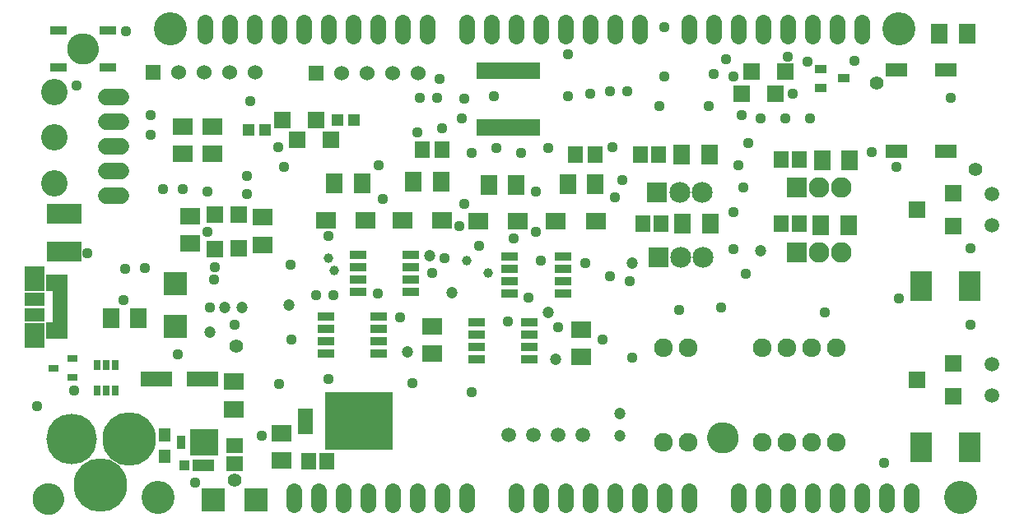
<source format=gbr>
G04 EAGLE Gerber RS-274X export*
G75*
%MOMM*%
%FSLAX34Y34*%
%LPD*%
%INSoldermask Top*%
%IPPOS*%
%AMOC8*
5,1,8,0,0,1.08239X$1,22.5*%
G01*
%ADD10C,3.403200*%
%ADD11R,7.000000X6.000000*%
%ADD12R,1.703200X1.703200*%
%ADD13R,2.006200X1.803200*%
%ADD14R,1.727200X0.965200*%
%ADD15C,1.727200*%
%ADD16C,1.625600*%
%ADD17R,3.203200X1.603200*%
%ADD18R,1.203200X1.403200*%
%ADD19R,3.603200X2.103200*%
%ADD20R,2.870200X2.743200*%
%ADD21R,0.965200X1.473200*%
%ADD22R,2.203200X1.303200*%
%ADD23R,1.003200X1.003200*%
%ADD24R,1.524000X1.524000*%
%ADD25C,1.524000*%
%ADD26R,1.728200X0.853200*%
%ADD27R,2.123200X2.123200*%
%ADD28C,2.123200*%
%ADD29R,2.153200X2.153200*%
%ADD30C,2.153200*%
%ADD31R,1.803200X2.006200*%
%ADD32R,2.006600X1.676400*%
%ADD33C,1.928200*%
%ADD34R,1.618200X0.653200*%
%ADD35R,0.711200X1.079500*%
%ADD36R,1.066800X0.685800*%
%ADD37R,1.703200X1.503200*%
%ADD38R,1.503200X1.703200*%
%ADD39R,1.803200X2.003200*%
%ADD40R,1.583200X0.653200*%
%ADD41R,2.303200X1.678200*%
%ADD42R,2.103200X1.378200*%
%ADD43R,2.103200X2.578200*%
%ADD44C,2.184400*%
%ADD45C,1.219200*%
%ADD46R,2.353200X2.403200*%
%ADD47R,2.403200X2.353200*%
%ADD48R,1.503200X1.803200*%
%ADD49C,2.723200*%
%ADD50R,1.203200X0.903200*%
%ADD51R,2.228200X1.478200*%
%ADD52C,5.503200*%
%ADD53C,5.203200*%
%ADD54R,1.203200X1.303200*%
%ADD55C,1.003200*%
%ADD56C,1.203200*%
%ADD57R,2.223200X3.153200*%
%ADD58R,0.653200X1.678200*%
%ADD59C,1.506200*%
%ADD60C,1.503200*%
%ADD61R,1.711200X1.711200*%
%ADD62C,1.117600*%
%ADD63C,1.422400*%


D10*
X965160Y25560D03*
X152360Y508160D03*
X901660Y508160D03*
X139660Y25560D03*
D11*
X345740Y104300D03*
D12*
X198230Y281910D03*
X198230Y316910D03*
X222200Y282390D03*
X222200Y317390D03*
D13*
X172230Y287140D03*
X172230Y315580D03*
X247160Y285870D03*
X247160Y314310D03*
D14*
X87800Y469140D03*
X37000Y469140D03*
X87800Y507240D03*
X37000Y507240D03*
D15*
X86320Y387510D02*
X101560Y387510D01*
X101560Y412910D02*
X86320Y412910D01*
X86320Y438310D02*
X101560Y438310D01*
X101560Y362110D02*
X86320Y362110D01*
X86320Y336710D02*
X101560Y336710D01*
D16*
X634960Y501048D02*
X634960Y515272D01*
X609560Y515272D02*
X609560Y501048D01*
X584160Y501048D02*
X584160Y515272D01*
X558760Y515272D02*
X558760Y501048D01*
X533360Y501048D02*
X533360Y515272D01*
X507960Y515272D02*
X507960Y501048D01*
X482560Y501048D02*
X482560Y515272D01*
X457160Y515272D02*
X457160Y501048D01*
X416520Y501048D02*
X416520Y515272D01*
X391120Y515272D02*
X391120Y501048D01*
X365720Y501048D02*
X365720Y515272D01*
X340320Y515272D02*
X340320Y501048D01*
X314920Y501048D02*
X314920Y515272D01*
X289520Y515272D02*
X289520Y501048D01*
X264120Y501048D02*
X264120Y515272D01*
X238720Y515272D02*
X238720Y501048D01*
X213320Y501048D02*
X213320Y515272D01*
X187920Y515272D02*
X187920Y501048D01*
D17*
X137504Y148242D03*
X185504Y148242D03*
D16*
X279360Y32672D02*
X279360Y18448D01*
X304760Y18448D02*
X304760Y32672D01*
X330160Y32672D02*
X330160Y18448D01*
X355560Y18448D02*
X355560Y32672D01*
X380960Y32672D02*
X380960Y18448D01*
X406360Y18448D02*
X406360Y32672D01*
X431760Y32672D02*
X431760Y18448D01*
X457160Y18448D02*
X457160Y32672D01*
X507960Y32672D02*
X507960Y18448D01*
X533360Y18448D02*
X533360Y32672D01*
X558760Y32672D02*
X558760Y18448D01*
X584160Y18448D02*
X584160Y32672D01*
X609560Y32672D02*
X609560Y18448D01*
X634960Y18448D02*
X634960Y32672D01*
X660360Y32672D02*
X660360Y18448D01*
X685760Y18448D02*
X685760Y32672D01*
X685760Y501048D02*
X685760Y515272D01*
X711160Y515272D02*
X711160Y501048D01*
X736560Y501048D02*
X736560Y515272D01*
X761960Y515272D02*
X761960Y501048D01*
X787360Y501048D02*
X787360Y515272D01*
X812760Y515272D02*
X812760Y501048D01*
X838160Y501048D02*
X838160Y515272D01*
X863560Y515272D02*
X863560Y501048D01*
X736560Y32672D02*
X736560Y18448D01*
X761960Y18448D02*
X761960Y32672D01*
X787360Y32672D02*
X787360Y18448D01*
X812760Y18448D02*
X812760Y32672D01*
X838160Y32672D02*
X838160Y18448D01*
X863560Y18448D02*
X863560Y32672D01*
X888960Y32672D02*
X888960Y18448D01*
X914360Y18448D02*
X914360Y32672D01*
D18*
X146264Y67900D03*
X146264Y89900D03*
D19*
X42632Y318364D03*
X42632Y279364D03*
D20*
X186792Y82456D03*
D21*
X163292Y82456D03*
D22*
X185776Y59088D03*
D23*
X166776Y59088D03*
D24*
X134580Y463710D03*
D25*
X160742Y463710D03*
X186904Y463710D03*
X213066Y463710D03*
X239228Y463710D03*
D24*
X302220Y462440D03*
D25*
X328382Y462440D03*
X354544Y462440D03*
X380706Y462440D03*
X406868Y462440D03*
D26*
X344950Y275750D03*
X344950Y263050D03*
X344950Y250350D03*
X344950Y237650D03*
X399190Y237650D03*
X399190Y250350D03*
X399190Y263050D03*
X399190Y275750D03*
D27*
X796250Y278290D03*
D28*
X819150Y278290D03*
X842050Y278290D03*
D29*
X654010Y273210D03*
D30*
X676910Y273210D03*
X699810Y273210D03*
D31*
X821400Y306230D03*
X849840Y306230D03*
X430740Y350680D03*
X402300Y350680D03*
X321020Y349410D03*
X349460Y349410D03*
X707600Y307500D03*
X679160Y307500D03*
D32*
X390993Y311310D03*
X431887Y311310D03*
X312253Y311310D03*
X353147Y311310D03*
D26*
X311930Y212250D03*
X311930Y199550D03*
X311930Y186850D03*
X311930Y174150D03*
X366170Y174150D03*
X366170Y186850D03*
X366170Y199550D03*
X366170Y212250D03*
D13*
X421600Y202340D03*
X421600Y173900D03*
D26*
X501360Y273800D03*
X501360Y261100D03*
X501360Y248400D03*
X501360Y235700D03*
X555600Y235700D03*
X555600Y248400D03*
X555600Y261100D03*
X555600Y273800D03*
D27*
X796450Y344920D03*
D28*
X819350Y344920D03*
X842250Y344920D03*
D29*
X652940Y339840D03*
D30*
X675840Y339840D03*
X698740Y339840D03*
D31*
X822470Y372950D03*
X850910Y372950D03*
X589290Y348820D03*
X560850Y348820D03*
X479570Y347550D03*
X508010Y347550D03*
X706530Y379210D03*
X678090Y379210D03*
D32*
X548673Y310630D03*
X589567Y310630D03*
X468663Y310630D03*
X509557Y310630D03*
D26*
X467070Y206490D03*
X467070Y193790D03*
X467070Y181090D03*
X467070Y168390D03*
X521310Y168390D03*
X521310Y181090D03*
X521310Y193790D03*
X521310Y206490D03*
D13*
X574680Y198730D03*
X574680Y170290D03*
D33*
X659290Y180090D03*
X684690Y180090D03*
X760890Y180090D03*
X786290Y180090D03*
X811690Y180090D03*
X837090Y180090D03*
X659290Y82300D03*
X684690Y82300D03*
X760890Y82300D03*
X786290Y82300D03*
X811690Y82300D03*
X837090Y82300D03*
D34*
X291140Y114290D03*
X291140Y107790D03*
X291140Y101290D03*
X291140Y94790D03*
X334980Y94790D03*
X334980Y101290D03*
X334980Y107790D03*
X334980Y114290D03*
D35*
X76460Y135896D03*
X85960Y135896D03*
X95460Y135896D03*
X95460Y162185D03*
X85960Y162185D03*
X76460Y162185D03*
D36*
X51412Y149700D03*
X51412Y168700D03*
X32108Y159200D03*
D13*
X217380Y116760D03*
X217380Y145200D03*
D37*
X217920Y60580D03*
X217920Y79580D03*
D38*
X294060Y62780D03*
X313060Y62780D03*
D13*
X266060Y92260D03*
X266060Y63820D03*
D39*
X118880Y210080D03*
X90880Y210080D03*
D40*
X39100Y235000D03*
X39100Y228500D03*
X39100Y222000D03*
X39100Y215500D03*
X39100Y209000D03*
D41*
X35500Y197475D03*
X35500Y246525D03*
D42*
X12500Y230375D03*
X12500Y213625D03*
D43*
X12500Y251125D03*
X12500Y192875D03*
D13*
X195540Y379640D03*
X195540Y408080D03*
X165060Y379640D03*
X165060Y408080D03*
D44*
X57190Y487840D02*
X57192Y487981D01*
X57198Y488122D01*
X57208Y488262D01*
X57222Y488402D01*
X57240Y488542D01*
X57261Y488681D01*
X57287Y488820D01*
X57316Y488958D01*
X57350Y489094D01*
X57387Y489230D01*
X57428Y489365D01*
X57473Y489499D01*
X57522Y489631D01*
X57574Y489762D01*
X57630Y489891D01*
X57690Y490018D01*
X57753Y490144D01*
X57819Y490268D01*
X57890Y490391D01*
X57963Y490511D01*
X58040Y490629D01*
X58120Y490745D01*
X58204Y490858D01*
X58290Y490969D01*
X58380Y491078D01*
X58473Y491184D01*
X58568Y491287D01*
X58667Y491388D01*
X58768Y491486D01*
X58872Y491581D01*
X58979Y491673D01*
X59088Y491762D01*
X59200Y491847D01*
X59314Y491930D01*
X59430Y492010D01*
X59549Y492086D01*
X59670Y492158D01*
X59792Y492228D01*
X59917Y492293D01*
X60043Y492356D01*
X60171Y492414D01*
X60301Y492469D01*
X60432Y492521D01*
X60565Y492568D01*
X60699Y492612D01*
X60834Y492653D01*
X60970Y492689D01*
X61107Y492721D01*
X61245Y492750D01*
X61383Y492775D01*
X61523Y492795D01*
X61663Y492812D01*
X61803Y492825D01*
X61944Y492834D01*
X62084Y492839D01*
X62225Y492840D01*
X62366Y492837D01*
X62507Y492830D01*
X62647Y492819D01*
X62787Y492804D01*
X62927Y492785D01*
X63066Y492763D01*
X63204Y492736D01*
X63342Y492706D01*
X63478Y492671D01*
X63614Y492633D01*
X63748Y492591D01*
X63882Y492545D01*
X64014Y492496D01*
X64144Y492442D01*
X64273Y492385D01*
X64400Y492325D01*
X64526Y492261D01*
X64649Y492193D01*
X64771Y492122D01*
X64891Y492048D01*
X65008Y491970D01*
X65123Y491889D01*
X65236Y491805D01*
X65347Y491718D01*
X65455Y491627D01*
X65560Y491534D01*
X65663Y491437D01*
X65763Y491338D01*
X65860Y491236D01*
X65954Y491131D01*
X66045Y491024D01*
X66133Y490914D01*
X66218Y490802D01*
X66300Y490687D01*
X66379Y490570D01*
X66454Y490451D01*
X66526Y490330D01*
X66594Y490207D01*
X66659Y490082D01*
X66721Y489955D01*
X66778Y489826D01*
X66833Y489696D01*
X66883Y489565D01*
X66930Y489432D01*
X66973Y489298D01*
X67012Y489162D01*
X67047Y489026D01*
X67079Y488889D01*
X67106Y488751D01*
X67130Y488612D01*
X67150Y488472D01*
X67166Y488332D01*
X67178Y488192D01*
X67186Y488051D01*
X67190Y487910D01*
X67190Y487770D01*
X67186Y487629D01*
X67178Y487488D01*
X67166Y487348D01*
X67150Y487208D01*
X67130Y487068D01*
X67106Y486929D01*
X67079Y486791D01*
X67047Y486654D01*
X67012Y486518D01*
X66973Y486382D01*
X66930Y486248D01*
X66883Y486115D01*
X66833Y485984D01*
X66778Y485854D01*
X66721Y485725D01*
X66659Y485598D01*
X66594Y485473D01*
X66526Y485350D01*
X66454Y485229D01*
X66379Y485110D01*
X66300Y484993D01*
X66218Y484878D01*
X66133Y484766D01*
X66045Y484656D01*
X65954Y484549D01*
X65860Y484444D01*
X65763Y484342D01*
X65663Y484243D01*
X65560Y484146D01*
X65455Y484053D01*
X65347Y483962D01*
X65236Y483875D01*
X65123Y483791D01*
X65008Y483710D01*
X64891Y483632D01*
X64771Y483558D01*
X64649Y483487D01*
X64526Y483419D01*
X64400Y483355D01*
X64273Y483295D01*
X64144Y483238D01*
X64014Y483184D01*
X63882Y483135D01*
X63748Y483089D01*
X63614Y483047D01*
X63478Y483009D01*
X63342Y482974D01*
X63204Y482944D01*
X63066Y482917D01*
X62927Y482895D01*
X62787Y482876D01*
X62647Y482861D01*
X62507Y482850D01*
X62366Y482843D01*
X62225Y482840D01*
X62084Y482841D01*
X61944Y482846D01*
X61803Y482855D01*
X61663Y482868D01*
X61523Y482885D01*
X61383Y482905D01*
X61245Y482930D01*
X61107Y482959D01*
X60970Y482991D01*
X60834Y483027D01*
X60699Y483068D01*
X60565Y483112D01*
X60432Y483159D01*
X60301Y483211D01*
X60171Y483266D01*
X60043Y483324D01*
X59917Y483387D01*
X59792Y483452D01*
X59670Y483522D01*
X59549Y483594D01*
X59430Y483670D01*
X59314Y483750D01*
X59200Y483833D01*
X59088Y483918D01*
X58979Y484007D01*
X58872Y484099D01*
X58768Y484194D01*
X58667Y484292D01*
X58568Y484393D01*
X58473Y484496D01*
X58380Y484602D01*
X58290Y484711D01*
X58204Y484822D01*
X58120Y484935D01*
X58040Y485051D01*
X57963Y485169D01*
X57890Y485289D01*
X57819Y485412D01*
X57753Y485536D01*
X57690Y485662D01*
X57630Y485789D01*
X57574Y485918D01*
X57522Y486049D01*
X57473Y486181D01*
X57428Y486315D01*
X57387Y486450D01*
X57350Y486586D01*
X57316Y486722D01*
X57287Y486860D01*
X57261Y486999D01*
X57240Y487138D01*
X57222Y487278D01*
X57208Y487418D01*
X57198Y487558D01*
X57192Y487699D01*
X57190Y487840D01*
D45*
X62190Y487840D03*
D44*
X21630Y24290D02*
X21632Y24431D01*
X21638Y24572D01*
X21648Y24712D01*
X21662Y24852D01*
X21680Y24992D01*
X21701Y25131D01*
X21727Y25270D01*
X21756Y25408D01*
X21790Y25544D01*
X21827Y25680D01*
X21868Y25815D01*
X21913Y25949D01*
X21962Y26081D01*
X22014Y26212D01*
X22070Y26341D01*
X22130Y26468D01*
X22193Y26594D01*
X22259Y26718D01*
X22330Y26841D01*
X22403Y26961D01*
X22480Y27079D01*
X22560Y27195D01*
X22644Y27308D01*
X22730Y27419D01*
X22820Y27528D01*
X22913Y27634D01*
X23008Y27737D01*
X23107Y27838D01*
X23208Y27936D01*
X23312Y28031D01*
X23419Y28123D01*
X23528Y28212D01*
X23640Y28297D01*
X23754Y28380D01*
X23870Y28460D01*
X23989Y28536D01*
X24110Y28608D01*
X24232Y28678D01*
X24357Y28743D01*
X24483Y28806D01*
X24611Y28864D01*
X24741Y28919D01*
X24872Y28971D01*
X25005Y29018D01*
X25139Y29062D01*
X25274Y29103D01*
X25410Y29139D01*
X25547Y29171D01*
X25685Y29200D01*
X25823Y29225D01*
X25963Y29245D01*
X26103Y29262D01*
X26243Y29275D01*
X26384Y29284D01*
X26524Y29289D01*
X26665Y29290D01*
X26806Y29287D01*
X26947Y29280D01*
X27087Y29269D01*
X27227Y29254D01*
X27367Y29235D01*
X27506Y29213D01*
X27644Y29186D01*
X27782Y29156D01*
X27918Y29121D01*
X28054Y29083D01*
X28188Y29041D01*
X28322Y28995D01*
X28454Y28946D01*
X28584Y28892D01*
X28713Y28835D01*
X28840Y28775D01*
X28966Y28711D01*
X29089Y28643D01*
X29211Y28572D01*
X29331Y28498D01*
X29448Y28420D01*
X29563Y28339D01*
X29676Y28255D01*
X29787Y28168D01*
X29895Y28077D01*
X30000Y27984D01*
X30103Y27887D01*
X30203Y27788D01*
X30300Y27686D01*
X30394Y27581D01*
X30485Y27474D01*
X30573Y27364D01*
X30658Y27252D01*
X30740Y27137D01*
X30819Y27020D01*
X30894Y26901D01*
X30966Y26780D01*
X31034Y26657D01*
X31099Y26532D01*
X31161Y26405D01*
X31218Y26276D01*
X31273Y26146D01*
X31323Y26015D01*
X31370Y25882D01*
X31413Y25748D01*
X31452Y25612D01*
X31487Y25476D01*
X31519Y25339D01*
X31546Y25201D01*
X31570Y25062D01*
X31590Y24922D01*
X31606Y24782D01*
X31618Y24642D01*
X31626Y24501D01*
X31630Y24360D01*
X31630Y24220D01*
X31626Y24079D01*
X31618Y23938D01*
X31606Y23798D01*
X31590Y23658D01*
X31570Y23518D01*
X31546Y23379D01*
X31519Y23241D01*
X31487Y23104D01*
X31452Y22968D01*
X31413Y22832D01*
X31370Y22698D01*
X31323Y22565D01*
X31273Y22434D01*
X31218Y22304D01*
X31161Y22175D01*
X31099Y22048D01*
X31034Y21923D01*
X30966Y21800D01*
X30894Y21679D01*
X30819Y21560D01*
X30740Y21443D01*
X30658Y21328D01*
X30573Y21216D01*
X30485Y21106D01*
X30394Y20999D01*
X30300Y20894D01*
X30203Y20792D01*
X30103Y20693D01*
X30000Y20596D01*
X29895Y20503D01*
X29787Y20412D01*
X29676Y20325D01*
X29563Y20241D01*
X29448Y20160D01*
X29331Y20082D01*
X29211Y20008D01*
X29089Y19937D01*
X28966Y19869D01*
X28840Y19805D01*
X28713Y19745D01*
X28584Y19688D01*
X28454Y19634D01*
X28322Y19585D01*
X28188Y19539D01*
X28054Y19497D01*
X27918Y19459D01*
X27782Y19424D01*
X27644Y19394D01*
X27506Y19367D01*
X27367Y19345D01*
X27227Y19326D01*
X27087Y19311D01*
X26947Y19300D01*
X26806Y19293D01*
X26665Y19290D01*
X26524Y19291D01*
X26384Y19296D01*
X26243Y19305D01*
X26103Y19318D01*
X25963Y19335D01*
X25823Y19355D01*
X25685Y19380D01*
X25547Y19409D01*
X25410Y19441D01*
X25274Y19477D01*
X25139Y19518D01*
X25005Y19562D01*
X24872Y19609D01*
X24741Y19661D01*
X24611Y19716D01*
X24483Y19774D01*
X24357Y19837D01*
X24232Y19902D01*
X24110Y19972D01*
X23989Y20044D01*
X23870Y20120D01*
X23754Y20200D01*
X23640Y20283D01*
X23528Y20368D01*
X23419Y20457D01*
X23312Y20549D01*
X23208Y20644D01*
X23107Y20742D01*
X23008Y20843D01*
X22913Y20946D01*
X22820Y21052D01*
X22730Y21161D01*
X22644Y21272D01*
X22560Y21385D01*
X22480Y21501D01*
X22403Y21619D01*
X22330Y21739D01*
X22259Y21862D01*
X22193Y21986D01*
X22130Y22112D01*
X22070Y22239D01*
X22014Y22368D01*
X21962Y22499D01*
X21913Y22631D01*
X21868Y22765D01*
X21827Y22900D01*
X21790Y23036D01*
X21756Y23172D01*
X21727Y23310D01*
X21701Y23449D01*
X21680Y23588D01*
X21662Y23728D01*
X21648Y23868D01*
X21638Y24008D01*
X21632Y24149D01*
X21630Y24290D01*
D45*
X26630Y24290D03*
D44*
X715558Y87282D02*
X715560Y87423D01*
X715566Y87564D01*
X715576Y87704D01*
X715590Y87844D01*
X715608Y87984D01*
X715629Y88123D01*
X715655Y88262D01*
X715684Y88400D01*
X715718Y88536D01*
X715755Y88672D01*
X715796Y88807D01*
X715841Y88941D01*
X715890Y89073D01*
X715942Y89204D01*
X715998Y89333D01*
X716058Y89460D01*
X716121Y89586D01*
X716187Y89710D01*
X716258Y89833D01*
X716331Y89953D01*
X716408Y90071D01*
X716488Y90187D01*
X716572Y90300D01*
X716658Y90411D01*
X716748Y90520D01*
X716841Y90626D01*
X716936Y90729D01*
X717035Y90830D01*
X717136Y90928D01*
X717240Y91023D01*
X717347Y91115D01*
X717456Y91204D01*
X717568Y91289D01*
X717682Y91372D01*
X717798Y91452D01*
X717917Y91528D01*
X718038Y91600D01*
X718160Y91670D01*
X718285Y91735D01*
X718411Y91798D01*
X718539Y91856D01*
X718669Y91911D01*
X718800Y91963D01*
X718933Y92010D01*
X719067Y92054D01*
X719202Y92095D01*
X719338Y92131D01*
X719475Y92163D01*
X719613Y92192D01*
X719751Y92217D01*
X719891Y92237D01*
X720031Y92254D01*
X720171Y92267D01*
X720312Y92276D01*
X720452Y92281D01*
X720593Y92282D01*
X720734Y92279D01*
X720875Y92272D01*
X721015Y92261D01*
X721155Y92246D01*
X721295Y92227D01*
X721434Y92205D01*
X721572Y92178D01*
X721710Y92148D01*
X721846Y92113D01*
X721982Y92075D01*
X722116Y92033D01*
X722250Y91987D01*
X722382Y91938D01*
X722512Y91884D01*
X722641Y91827D01*
X722768Y91767D01*
X722894Y91703D01*
X723017Y91635D01*
X723139Y91564D01*
X723259Y91490D01*
X723376Y91412D01*
X723491Y91331D01*
X723604Y91247D01*
X723715Y91160D01*
X723823Y91069D01*
X723928Y90976D01*
X724031Y90879D01*
X724131Y90780D01*
X724228Y90678D01*
X724322Y90573D01*
X724413Y90466D01*
X724501Y90356D01*
X724586Y90244D01*
X724668Y90129D01*
X724747Y90012D01*
X724822Y89893D01*
X724894Y89772D01*
X724962Y89649D01*
X725027Y89524D01*
X725089Y89397D01*
X725146Y89268D01*
X725201Y89138D01*
X725251Y89007D01*
X725298Y88874D01*
X725341Y88740D01*
X725380Y88604D01*
X725415Y88468D01*
X725447Y88331D01*
X725474Y88193D01*
X725498Y88054D01*
X725518Y87914D01*
X725534Y87774D01*
X725546Y87634D01*
X725554Y87493D01*
X725558Y87352D01*
X725558Y87212D01*
X725554Y87071D01*
X725546Y86930D01*
X725534Y86790D01*
X725518Y86650D01*
X725498Y86510D01*
X725474Y86371D01*
X725447Y86233D01*
X725415Y86096D01*
X725380Y85960D01*
X725341Y85824D01*
X725298Y85690D01*
X725251Y85557D01*
X725201Y85426D01*
X725146Y85296D01*
X725089Y85167D01*
X725027Y85040D01*
X724962Y84915D01*
X724894Y84792D01*
X724822Y84671D01*
X724747Y84552D01*
X724668Y84435D01*
X724586Y84320D01*
X724501Y84208D01*
X724413Y84098D01*
X724322Y83991D01*
X724228Y83886D01*
X724131Y83784D01*
X724031Y83685D01*
X723928Y83588D01*
X723823Y83495D01*
X723715Y83404D01*
X723604Y83317D01*
X723491Y83233D01*
X723376Y83152D01*
X723259Y83074D01*
X723139Y83000D01*
X723017Y82929D01*
X722894Y82861D01*
X722768Y82797D01*
X722641Y82737D01*
X722512Y82680D01*
X722382Y82626D01*
X722250Y82577D01*
X722116Y82531D01*
X721982Y82489D01*
X721846Y82451D01*
X721710Y82416D01*
X721572Y82386D01*
X721434Y82359D01*
X721295Y82337D01*
X721155Y82318D01*
X721015Y82303D01*
X720875Y82292D01*
X720734Y82285D01*
X720593Y82282D01*
X720452Y82283D01*
X720312Y82288D01*
X720171Y82297D01*
X720031Y82310D01*
X719891Y82327D01*
X719751Y82347D01*
X719613Y82372D01*
X719475Y82401D01*
X719338Y82433D01*
X719202Y82469D01*
X719067Y82510D01*
X718933Y82554D01*
X718800Y82601D01*
X718669Y82653D01*
X718539Y82708D01*
X718411Y82766D01*
X718285Y82829D01*
X718160Y82894D01*
X718038Y82964D01*
X717917Y83036D01*
X717798Y83112D01*
X717682Y83192D01*
X717568Y83275D01*
X717456Y83360D01*
X717347Y83449D01*
X717240Y83541D01*
X717136Y83636D01*
X717035Y83734D01*
X716936Y83835D01*
X716841Y83938D01*
X716748Y84044D01*
X716658Y84153D01*
X716572Y84264D01*
X716488Y84377D01*
X716408Y84493D01*
X716331Y84611D01*
X716258Y84731D01*
X716187Y84854D01*
X716121Y84978D01*
X716058Y85104D01*
X715998Y85231D01*
X715942Y85360D01*
X715890Y85491D01*
X715841Y85623D01*
X715796Y85757D01*
X715755Y85892D01*
X715718Y86028D01*
X715684Y86164D01*
X715655Y86302D01*
X715629Y86441D01*
X715608Y86580D01*
X715590Y86720D01*
X715576Y86860D01*
X715566Y87000D01*
X715560Y87141D01*
X715558Y87282D01*
D45*
X720558Y87282D03*
D46*
X157440Y201680D03*
X157440Y245680D03*
D47*
X196400Y23020D03*
X240400Y23020D03*
D38*
X799400Y307500D03*
X780400Y307500D03*
X657160Y307500D03*
X638160Y307500D03*
X799400Y373540D03*
X780400Y373540D03*
X654620Y378620D03*
X635620Y378620D03*
D48*
X431600Y383700D03*
X411600Y383700D03*
X589080Y378620D03*
X569080Y378620D03*
D49*
X32980Y349400D03*
X32980Y396400D03*
X32980Y443400D03*
D31*
X971760Y503080D03*
X943320Y503080D03*
D50*
X821080Y466860D03*
X821080Y447860D03*
X845080Y457360D03*
D51*
X949900Y382720D03*
X899140Y465960D03*
X899140Y382720D03*
X949900Y465960D03*
D52*
X110196Y85758D03*
D53*
X50196Y85758D03*
D52*
X80196Y38758D03*
D12*
X301940Y414180D03*
X266940Y414180D03*
X282180Y393860D03*
X317180Y393860D03*
D54*
X249760Y404020D03*
X232760Y404020D03*
X324200Y414180D03*
X341200Y414180D03*
D55*
X314920Y271940D03*
X457160Y269400D03*
D56*
X419060Y274480D03*
X274280Y223680D03*
X540980Y216060D03*
X441920Y236380D03*
X396200Y175420D03*
X548600Y167800D03*
X759420Y279560D03*
X627340Y266860D03*
X193000Y195740D03*
X226020Y221140D03*
X614640Y89060D03*
X208240Y221140D03*
X614640Y111920D03*
D57*
X924254Y77714D03*
X974254Y77714D03*
X924000Y243840D03*
X974000Y243840D03*
D58*
X528868Y465498D03*
X522368Y465498D03*
X515868Y465498D03*
X509368Y465498D03*
X502868Y465498D03*
X496368Y465498D03*
X489868Y465498D03*
X483368Y465498D03*
X476868Y465498D03*
X470368Y465498D03*
X470368Y406738D03*
X476868Y406738D03*
X483368Y406738D03*
X489868Y406738D03*
X496368Y406738D03*
X502868Y406738D03*
X509368Y406738D03*
X515868Y406738D03*
X522368Y406738D03*
X528868Y406738D03*
D55*
X320548Y259334D03*
X479298Y257302D03*
D59*
X500380Y89916D03*
X525780Y89916D03*
X551180Y89916D03*
X576580Y89916D03*
D12*
X749580Y464820D03*
X784580Y464820D03*
X739420Y441960D03*
X774420Y441960D03*
D60*
X997480Y131320D03*
X997480Y163320D03*
D61*
X919980Y147320D03*
X957480Y130320D03*
X957480Y164320D03*
D60*
X997480Y306580D03*
X997480Y338580D03*
D61*
X919980Y322580D03*
X957480Y305580D03*
X957480Y339580D03*
D62*
X55840Y449740D03*
X360640Y101760D03*
X104100Y228760D03*
X159980Y172880D03*
X469860Y284640D03*
X218400Y203360D03*
X955000Y437040D03*
X264120Y142400D03*
X234422Y433718D03*
X855980Y475394D03*
X741680Y345440D03*
X365760Y236220D03*
X739588Y419748D03*
X499040Y207170D03*
X314920Y147480D03*
X454620Y327820D03*
X193000Y221140D03*
X886420Y61120D03*
X736694Y368006D03*
X899120Y365920D03*
X792480Y441960D03*
X401320Y143604D03*
X198080Y263050D03*
X196810Y250350D03*
X449540Y304960D03*
X314920Y294800D03*
X406360Y401480D03*
X596860Y188120D03*
D63*
X218400Y43340D03*
D62*
X302220Y233840D03*
X165060Y343060D03*
X320000Y233840D03*
X190460Y340520D03*
X269200Y365920D03*
X106640Y505620D03*
X66508Y277020D03*
X105624Y261272D03*
X125944Y262288D03*
X275550Y265590D03*
X190460Y299626D03*
X132040Y419260D03*
X454660Y436880D03*
X132040Y398940D03*
D63*
X980400Y363380D03*
D62*
X144740Y343060D03*
X533360Y269400D03*
X429260Y457200D03*
X561340Y482600D03*
X604520Y444500D03*
X624840Y248920D03*
X873720Y381160D03*
X528164Y340636D03*
X366512Y368206D03*
X759460Y416560D03*
X617220Y353060D03*
X452120Y416560D03*
X784860Y416560D03*
X462280Y381000D03*
X746760Y391160D03*
X434300Y271940D03*
X370800Y332900D03*
X421600Y256700D03*
X388580Y210980D03*
X276820Y188120D03*
X462280Y134620D03*
X627380Y170180D03*
X825460Y216060D03*
D63*
X878800Y452280D03*
D62*
X607020Y386240D03*
X551140Y200820D03*
X579080Y266860D03*
X520660Y231300D03*
X901700Y231140D03*
X246340Y89060D03*
X53300Y135896D03*
D63*
X220080Y181360D03*
D62*
X15200Y119540D03*
X177760Y40800D03*
X231100Y356776D03*
X744220Y256540D03*
X731520Y281940D03*
X231100Y337980D03*
X426680Y437040D03*
X408900Y437040D03*
X263104Y386240D03*
X975320Y203360D03*
X718780Y221140D03*
X975320Y282100D03*
X675600Y218600D03*
X810260Y416560D03*
X655320Y429260D03*
X706120Y429260D03*
X660400Y459740D03*
X723900Y477520D03*
X731520Y320040D03*
X731520Y459740D03*
X584200Y441960D03*
X561340Y439420D03*
X711200Y462280D03*
X622300Y444500D03*
X660400Y510540D03*
X487680Y386080D03*
X609600Y335280D03*
X604520Y254000D03*
X505420Y292260D03*
X528320Y299720D03*
X541020Y386080D03*
X485140Y439420D03*
X513080Y381000D03*
X431800Y406400D03*
X807720Y474980D03*
X787400Y480060D03*
M02*

</source>
